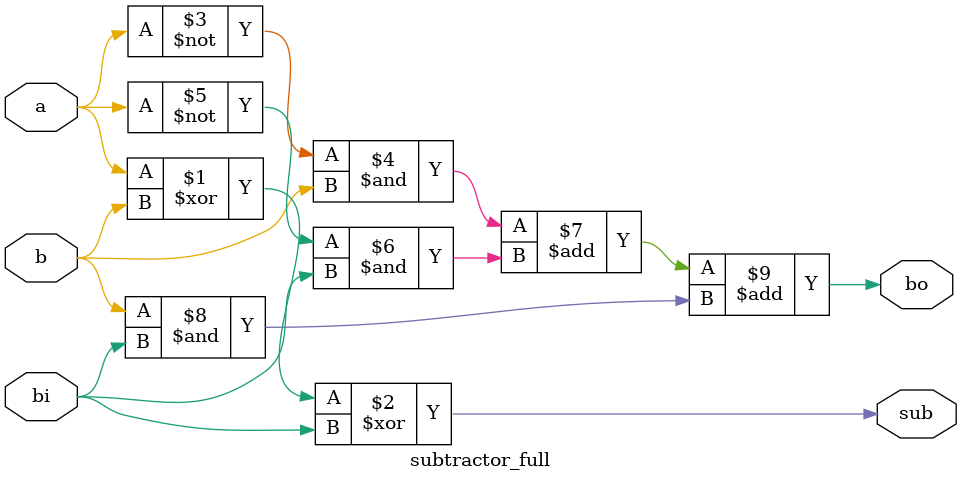
<source format=v>
module subtractor_full(
    input a,
    input b,
    input bi,
    output bo,
    output sub
);

  assign sub = a^b^bi;
  assign bo = (~a&b)+(~a&bi)+(b&bi);

endmodule
</source>
